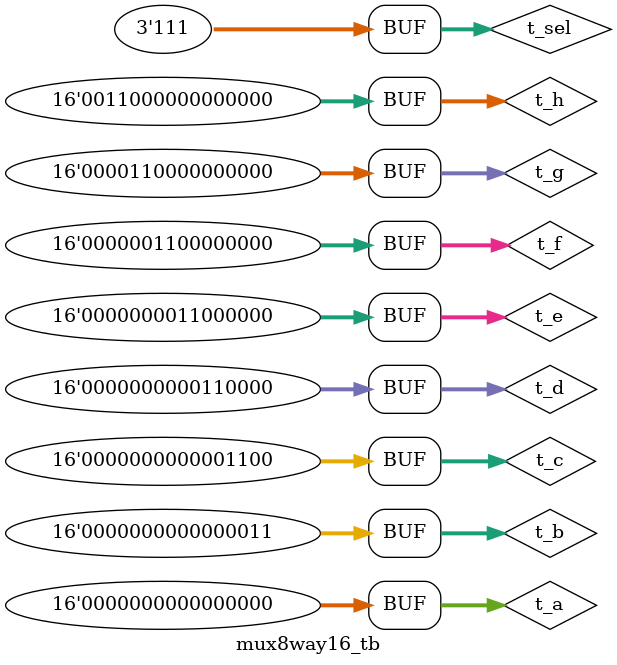
<source format=v>
`timescale 1ns / 1ps

module andgate(a, b, out);
    input a, b;
    output out;
    
    assign out = a & b;

endmodule

//Testbench definition for AND Gate

module andgate_tb;
wire t_out;
reg t_a, t_b;

andgate my_gate( .a(t_a), .b(t_b), .out(t_out) );

initial
begin
$monitor(t_a, t_b, t_out);

t_a = 1'b0;
t_b = 1'b0;

#5
t_a = 1'b0;
t_b = 1'b1;

#5 
t_a = 1'b1;
t_b = 1'b0;

#5
t_a = 1'b1;
t_b = 1'b1;

end
endmodule



// AND Gate 16
module andgate16(a, b, out);
    input [15:0] a, b;
    output [15:0] out;
    
    assign out = a & b;

endmodule


//Testbench definition for AND Gate
module andgate16_tb;
wire [15:0] t_out;
reg [15:0] t_a, t_b;

andgate16 my_gate( .a(t_a), .b(t_b), .out(t_out) );

initial
begin
$monitor(t_a, t_b, t_out);

t_a = 16'b0;
t_b = 16'b0;

#5
t_a = 16'b0;
t_b = 16'b1111111111111111;

#5 
t_a = 16'b1111111111111111;
t_b = 16'b0;

#5
t_a = 16'b1111111111111111;
t_b = 16'b1111111111111111;

end
endmodule


// Mux8Way16
module mux8way16(a, b, c, d, e ,f, g, h, sel, out);

	input [15:0] a, b, c, d, e, f, g, h;
	input [2:0] sel;
	output reg [15:0] out;

always @(sel)
  begin
        case (sel)
        3'b000 : out = a;
        3'b001 : out = b;
	   3'b010 : out = c;
	   3'b011 : out = d;
	   3'b100 : out = e;
	   3'b101 : out = f;
	   3'b110 : out = g;
	   3'b111 : out = h;
	   default out = 3'b000;
        endcase
  end

endmodule

//Testbench definition for Mux8Way16
module mux8way16_tb;
wire [15:0] t_out;
reg [15:0] t_a, t_b, t_c, t_d, t_e, t_f, t_g, t_h;
reg [2:0] t_sel;

mux8way16 my_gate( .a(t_a), .b(t_b), .c(t_c), .d(t_d), .e(t_e), .f(t_f), .g(t_g), .h(t_h), .sel(t_sel), .out(t_out) );

initial
begin
$monitor(t_a, t_b, t_c, t_d, t_e, t_f, t_g, t_h, t_out);

t_a = 16'b0000000000000000;
t_b = 16'b0000000000000011;
t_c = 16'b0000000000001100;
t_d = 16'b0000000000110000;
t_e = 16'b0000000011000000;
t_f = 16'b0000001100000000;
t_g = 16'b0000110000000000;
t_h = 16'b0011000000000000;
t_sel = 3'b000;

#5
t_sel = 3'b000;

#5 
t_sel = 3'b001;

#5
t_sel = 3'b010;

#5 
t_sel = 3'b011;

#5
t_sel = 3'b010;

#5 
t_sel = 3'b011;

#5
t_sel = 3'b100;

#5 
t_sel = 3'b101;

#5 
t_sel = 3'b111;

end
endmodule

</source>
